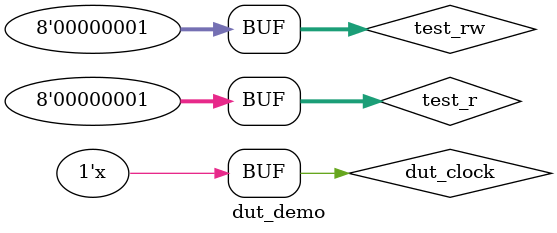
<source format=v>
/*
** my_dut.v
**  dummy, just defining signals
*/

module dut_demo;
   reg dut_clock;
   reg [7:0] test_r;
   reg [7:0] test_rw;
   
      
initial    
   begin
      dut_clock <= 1'b1;
      test_r = 1;
      test_rw = 1;      
   end // initial begin

    always
      #5 dut_clock = ~dut_clock;

endmodule // dut_evc_demo

</source>
